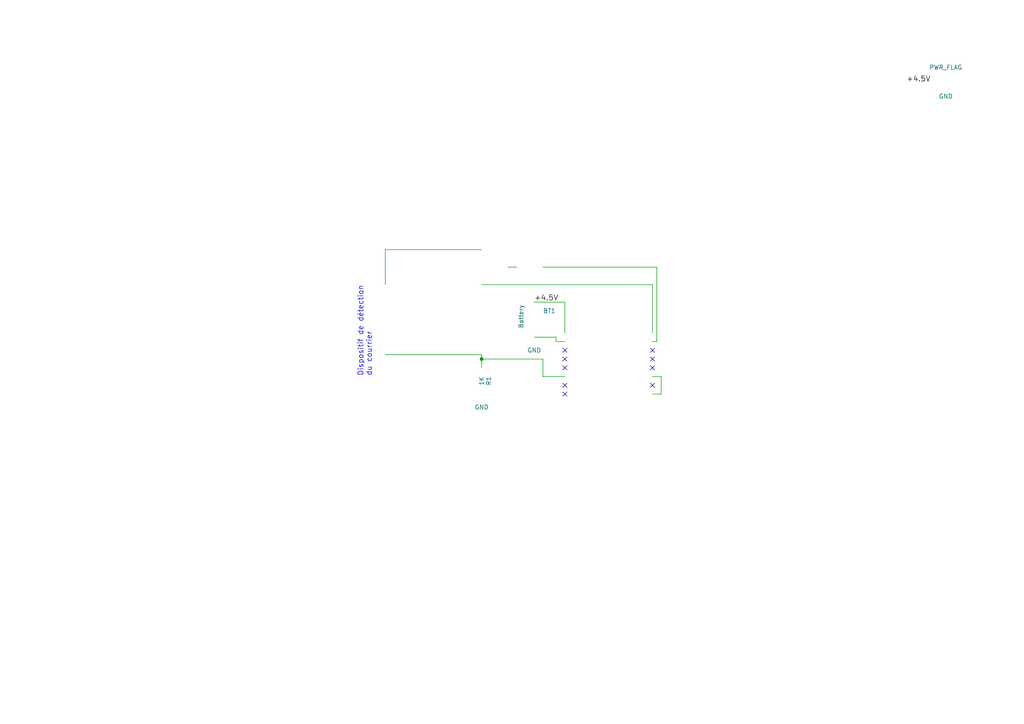
<source format=kicad_sch>
(kicad_sch (version 20230121) (generator eeschema)
  (paper "A4")
  (title_block (title "Brain Box Premium") (date "2017-03-12") (rev "1.0") (company "BBC") (comment 1 "Jérôme Labidurie") (comment 2 "CC:BY-SA"))
  (lib_symbols)
  (junction (at 139.7 104.14))
  (no_connect (at 163.83 101.6))
  (no_connect (at 163.83 111.76))
  (no_connect (at 189.23 104.14))
  (no_connect (at 189.23 101.6))
  (no_connect (at 163.83 114.3))
  (no_connect (at 189.23 106.68))
  (no_connect (at 163.83 104.14))
  (no_connect (at 189.23 111.76))
  (no_connect (at 163.83 106.68))
  (wire (pts (xy 189.23 82.55) (xy 189.23 96.52)))
  (wire (pts (xy 163.83 87.63) (xy 163.83 96.52)))
  (wire (pts (xy 139.7 104.14) (xy 139.7 106.68)))
  (wire (pts (xy 154.94 87.63) (xy 163.83 87.63)))
  (wire (pts (xy 111.76 72.39) (xy 111.76 82.55)))
  (wire (pts (xy 190.5 99.06) (xy 189.23 99.06)))
  (wire (pts (xy 191.77 114.3) (xy 189.23 114.3)))
  (wire (pts (xy 139.7 104.14) (xy 157.48 104.14)))
  (wire (pts (xy 139.7 102.87) (xy 139.7 104.14)))
  (wire (pts (xy 111.76 102.87) (xy 139.7 102.87)))
  (wire (pts (xy 190.5 77.47) (xy 190.5 99.06)))
  (wire (pts (xy 189.23 82.55) (xy 139.7 82.55)))
  (wire (pts (xy 189.23 109.22) (xy 191.77 109.22)))
  (wire (pts (xy 157.48 104.14) (xy 157.48 109.22)))
  (wire (pts (xy 157.48 77.47) (xy 190.5 77.47)))
  (wire (pts (xy 139.7 72.39) (xy 111.76 72.39)))
  (wire (pts (xy 154.94 97.79) (xy 161.29 97.79)))
  (wire (pts (xy 157.48 109.22) (xy 163.83 109.22)))
  (wire (pts (xy 161.29 97.79) (xy 161.29 99.06)))
  (wire (pts (xy 163.83 99.06) (xy 161.29 99.06)))
  (wire (pts (xy 147.32 77.47) (xy 149.86 77.47)))
  (wire (pts (xy 191.77 109.22) (xy 191.77 114.3)))
  (text "Dispositif de détection\ndu courrier" (at 107.95 109.22 90) (effects (font (size 1.524 1.524)) (justify left bottom)))
  (label "+4.5V" (at 154.94 87.63 0) (effects (font (size 1.524 1.524))))
  (label "+4.5V" (at 262.89 24.13 0) (effects (font (size 1.524 1.524))))
  (symbol (lib_id "WeMos_mini") (at 176.53 105.41 0) (unit 1)
    (property "Reference" "U2" (at 176.53 92.71 0) (effects (font (size 1.524 1.524))))
    (property "Value" "WeMos_mini" (at 176.53 118.11 0) (effects (font (size 1.524 1.524))))
  )
  (symbol (lib_id "R") (at 139.7 110.49 0) (unit 1)
    (property "Reference" "R1" (at 141.732 110.49 90))
    (property "Value" "1K" (at 139.7 110.49 90))
  )
  (symbol (lib_id "Battery") (at 154.94 92.71 0) (unit 1)
    (property "Reference" "BT1" (at 157.48 90.17 0) (effects (justify left)))
    (property "Value" "Battery" (at 151.13 95.25 90) (effects (justify left)))
  )
  (symbol (lib_id "R") (at 153.67 77.47 90) (unit 1)
    (property "Reference" "R2" (at 153.67 75.438 90))
    (property "Value" "1K" (at 153.67 77.47 90))
  )
  (symbol (lib_id "PN2222A") (at 142.24 77.47 180) (unit 1)
    (property "Reference" "Q1" (at 137.16 79.375 0) (effects (justify left)))
    (property "Value" "PN2222A" (at 137.16 77.47 0) (effects (justify left)))
  )
  (symbol (lib_id "Switch") (at 106.68 92.71 90) (unit 1)
    (property "Reference" "U1" (at 106.68 92.71 0) (effects (font (size 1.524 1.524))))
    (property "Value" "Switch" (at 114.3 92.71 0) (effects (font (size 1.524 1.524))))
  )
  (symbol (lib_id "GND") (at 139.7 114.3 0) (unit 1)
    (property "Reference" "#PWR01" (effects hide))
    (property "Value" "GND" (at 139.7 118.11 0))
  )
  (symbol (lib_id "GND") (at 154.94 97.79 0) (unit 1)
    (property "Reference" "#PWR02" (effects hide))
    (property "Value" "GND" (at 154.94 101.6 0))
  )
  (symbol (lib_id "PWR_FLAG") (at 274.32 24.13 0) (unit 1)
    (property "Reference" "#FLG03" (effects hide))
    (property "Value" "PWR_FLAG" (at 274.32 19.558 0))
  )
  (symbol (lib_id "PWR_FLAG") (at 262.89 24.13 0) (unit 1)
    (property "Reference" "#FLG04" (effects hide))
    (property "Value" "PWR_FLAG" (at 262.89 19.558 0))
  )
  (symbol (lib_id "GND") (at 274.32 24.13 0) (unit 1)
    (property "Reference" "#PWR05" (effects hide))
    (property "Value" "GND" (at 274.32 27.94 0))
  )
)
</source>
